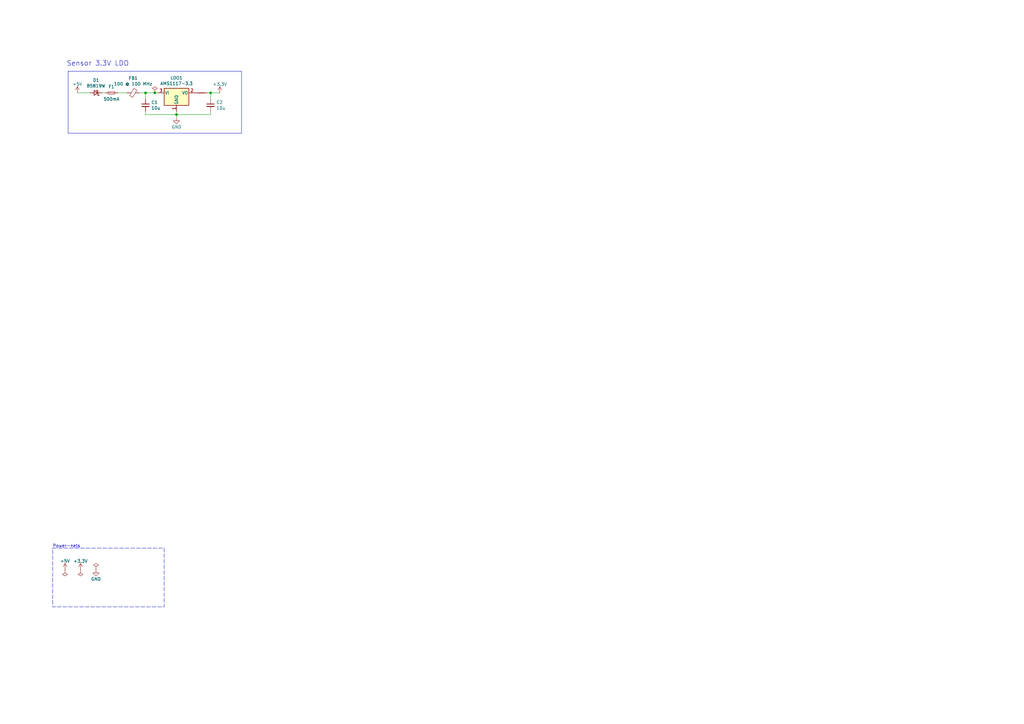
<source format=kicad_sch>
(kicad_sch (version 20230121) (generator eeschema)
  (paper "A3")
  (title_block (title "Chancey Keyboard") (date "2023-06-01") (rev "A-A"))
  (lib_symbols
    (symbol "Device:C_Small" (pin_numbers hide) (pin_names (offset 0.254) hide)
      (property "Reference" "C" (at 0.254 1.778 0))
      (property "Value" "C_Small" (at 0.254 -2.032 0))
      (symbol "C_Small_0_1"
        (polyline (pts (xy -1.524 -0.508) (xy 1.524 -0.508)) (stroke (width 0.3302)))
        (polyline (pts (xy -1.524 0.508) (xy 1.524 0.508)) (stroke (width 0.3048)))
      )
      (symbol "C_Small_1_1"
        (pin passive line (at 0 2.54 270) (length 2.032) (name "~") (number "1"))
        (pin passive line (at 0 -2.54 90) (length 2.032) (name "~") (number "2"))
      )
    )
    (symbol "Device:D_Schottky_Small" (pin_numbers hide) (pin_names (offset 0.254) hide)
      (property "Reference" "D" (at -1.27 2.032 0))
      (property "Value" "D_Schottky_Small" (at -7.112 -2.032 0))
      (symbol "D_Schottky_Small_0_1"
        (polyline (pts (xy -0.762 0) (xy 0.762 0)))
        (polyline (pts (xy 0.762 -1.016) (xy -0.762 0) (xy 0.762 1.016) (xy 0.762 -1.016)) (stroke (width 0.254)))
        (polyline (pts (xy -1.27 0.762) (xy -1.27 1.016) (xy -0.762 1.016) (xy -0.762 -1.016) (xy -0.254 -1.016) (xy -0.254 -0.762)) (stroke (width 0.254)))
      )
      (symbol "D_Schottky_Small_1_1"
        (pin passive line (at -2.54 0 0) (length 1.778) (name "K") (number "1"))
        (pin passive line (at 2.54 0 180) (length 1.778) (name "A") (number "2"))
      )
    )
    (symbol "Device:Ferrite_Bead_Small" (pin_numbers hide) (pin_names (offset 0))
      (property "Reference" "FB" (at 1.905 1.27 0))
      (property "Value" "Device_Ferrite_Bead_Small" (at 1.905 -1.27 0))
      (symbol "Ferrite_Bead_Small_0_1"
        (polyline (pts (xy 0 -1.27) (xy 0 -0.7874)))
        (polyline (pts (xy 0 0.889) (xy 0 1.2954)))
        (polyline (pts (xy -1.8288 0.2794) (xy -1.1176 1.4986) (xy 1.8288 -0.2032) (xy 1.1176 -1.4224) (xy -1.8288 0.2794)))
      )
      (symbol "Ferrite_Bead_Small_1_1"
        (pin passive line (at 0 2.54 270) (length 1.27) (name "~") (number "1"))
        (pin passive line (at 0 -2.54 90) (length 1.27) (name "~") (number "2"))
      )
    )
    (symbol "Device:Fuse_Small" (pin_numbers hide) (pin_names (offset 0.254) hide)
      (property "Reference" "F" (at 0 -1.524 0))
      (property "Value" "Fuse_Small" (at 0 1.524 0))
      (symbol "Fuse_Small_0_1"
        (rectangle (start -1.27 0.508) (end 1.27 -0.508))
        (polyline (pts (xy -1.27 0) (xy 1.27 0)))
      )
      (symbol "Fuse_Small_1_1"
        (pin passive line (at -2.54 0 0) (length 1.27) (name "~") (number "1"))
        (pin passive line (at 2.54 0 180) (length 1.27) (name "~") (number "2"))
      )
    )
    (symbol "Device:NetTie_2" (pin_numbers hide) (pin_names (offset 0) hide) (in_bom no)
      (property "Reference" "NT" (at 0 1.27 0))
      (property "Value" "NetTie_2" (at 0 -1.27 0))
      (symbol "NetTie_2_0_1"
        (polyline (pts (xy -1.27 0) (xy 1.27 0)) (stroke (width 0.254)))
      )
      (symbol "NetTie_2_1_1"
        (pin passive line (at -2.54 0 0) (length 2.54) (name "1") (number "1"))
        (pin passive line (at 2.54 0 180) (length 2.54) (name "2") (number "2"))
      )
    )
    (symbol "PWR_FLAG_1" (power) (pin_numbers hide) (pin_names (offset 0) hide)
      (property "Value" "PWR_FLAG_1" (at 0 3.81 0))
      (symbol "PWR_FLAG_1_0_0"
        (pin power_out line (at 0 0 90) (length 0) (name "pwr") (number "1"))
      )
      (symbol "PWR_FLAG_1_0_1"
        (polyline (pts (xy 0 0) (xy 0 1.27) (xy -1.016 1.905) (xy 0 2.54) (xy 1.016 1.905) (xy 0 1.27)))
      )
    )
    (symbol "PWR_FLAG_2" (power) (pin_numbers hide) (pin_names (offset 0) hide)
      (property "Value" "PWR_FLAG_2" (at 0 3.81 0))
      (symbol "PWR_FLAG_2_0_0"
        (pin power_out line (at 0 0 90) (length 0) (name "pwr") (number "1"))
      )
      (symbol "PWR_FLAG_2_0_1"
        (polyline (pts (xy 0 0) (xy 0 1.27) (xy -1.016 1.905) (xy 0 2.54) (xy 1.016 1.905) (xy 0 1.27)))
      )
    )
    (symbol "PWR_FLAG_3" (power) (pin_numbers hide) (pin_names (offset 0) hide)
      (property "Value" "PWR_FLAG_3" (at 0 3.81 0))
      (symbol "PWR_FLAG_3_0_0"
        (pin power_out line (at 0 0 90) (length 0) (name "pwr") (number "1"))
      )
      (symbol "PWR_FLAG_3_0_1"
        (polyline (pts (xy 0 0) (xy 0 1.27) (xy -1.016 1.905) (xy 0 2.54) (xy 1.016 1.905) (xy 0 1.27)))
      )
    )
    (symbol "Regulator_Linear:AMS1117-3.3" (pin_names (offset 0.254))
      (property "Reference" "U" (at -3.81 3.175 0))
      (property "Value" "AMS1117-3.3" (at 0 3.175 0))
      (symbol "AMS1117-3.3_0_1"
        (rectangle (start -5.08 -5.08) (end 5.08 1.905) (stroke (width 0.254)) (fill (type background)))
      )
      (symbol "AMS1117-3.3_1_1"
        (pin power_in line (at 0 -7.62 90) (length 2.54) (name "GND") (number "1"))
        (pin power_out line (at 7.62 0 180) (length 2.54) (name "VO") (number "2"))
        (pin power_in line (at -7.62 0 0) (length 2.54) (name "VI") (number "3"))
      )
    )
    (symbol "power:+3.3V" (power) (pin_names (offset 0))
      (property "Value" "+3.3V" (at 0 3.556 0))
      (symbol "+3.3V_0_1"
        (polyline (pts (xy -0.762 1.27) (xy 0 2.54)))
        (polyline (pts (xy 0 0) (xy 0 2.54)))
        (polyline (pts (xy 0 2.54) (xy 0.762 1.27)))
      )
      (symbol "+3.3V_1_1"
        (pin power_in line (at 0 0 90) (length 0) hide (name "+3.3V") (number "1"))
      )
    )
    (symbol "power:+5V" (power) (pin_names (offset 0))
      (property "Value" "+5V" (at 0 3.556 0))
      (symbol "+5V_0_1"
        (polyline (pts (xy -0.762 1.27) (xy 0 2.54)))
        (polyline (pts (xy 0 0) (xy 0 2.54)))
        (polyline (pts (xy 0 2.54) (xy 0.762 1.27)))
      )
      (symbol "+5V_1_1"
        (pin power_in line (at 0 0 90) (length 0) hide (name "+5V") (number "1"))
      )
    )
    (symbol "power:GND" (power) (pin_names (offset 0))
      (property "Value" "GND" (at 0 -3.81 0))
      (symbol "GND_0_1"
        (polyline (pts (xy 0 0) (xy 0 -1.27) (xy 1.27 -1.27) (xy 0 -2.54) (xy -1.27 -1.27) (xy 0 -1.27)))
      )
      (symbol "GND_1_1"
        (pin power_in line (at 0 0 270) (length 0) hide (name "GND") (number "1"))
      )
    )
    (symbol "power:PWR_FLAG" (power) (pin_numbers hide) (pin_names (offset 0) hide)
      (property "Value" "PWR_FLAG" (at 0 3.81 0))
      (symbol "PWR_FLAG_0_0"
        (pin power_out line (at 0 0 90) (length 0) (name "pwr") (number "1"))
      )
      (symbol "PWR_FLAG_0_1"
        (polyline (pts (xy 0 0) (xy 0 1.27) (xy -1.016 1.905) (xy 0 2.54) (xy 1.016 1.905) (xy 0 1.27)))
      )
    )
  )
  (junction (at 59.69 38.1))
  (junction (at 72.39 46.99))
  (junction (at 86.36 38.1))
  (junction (at 63.5 38.1))
  (wire (pts (xy 86.36 46.99) (xy 72.39 46.99)))
  (polyline (pts (xy 99.06 54.61) (xy 99.06 29.21)))
  (wire (pts (xy 72.39 48.26) (xy 72.39 46.99)))
  (wire (pts (xy 86.36 38.1) (xy 90.17 38.1)))
  (wire (pts (xy 85.09 38.1) (xy 86.36 38.1)))
  (wire (pts (xy 57.15 38.1) (xy 59.69 38.1)))
  (wire (pts (xy 41.91 38.1) (xy 43.18 38.1)))
  (wire (pts (xy 31.75 38.1) (xy 36.83 38.1)))
  (wire (pts (xy 86.36 45.72) (xy 86.36 46.99)))
  (wire (pts (xy 86.36 40.64) (xy 86.36 38.1)))
  (wire (pts (xy 63.5 38.1) (xy 64.77 38.1)))
  (wire (pts (xy 59.69 38.1) (xy 63.5 38.1)))
  (polyline (pts (xy 27.94 29.21) (xy 27.94 54.61)))
  (wire (pts (xy 59.69 40.64) (xy 59.69 38.1)))
  (wire (pts (xy 59.69 45.72) (xy 59.69 46.99)))
  (wire (pts (xy 48.26 38.1) (xy 52.07 38.1)))
  (wire (pts (xy 59.69 46.99) (xy 72.39 46.99)))
  (wire (pts (xy 72.39 46.99) (xy 72.39 45.72)))
  (polyline (pts (xy 27.94 54.61) (xy 99.06 54.61)))
  (polyline (pts (xy 99.06 29.21) (xy 27.94 29.21)))
  (rectangle (start 21.59 224.79) (end 67.31 248.92) (stroke (width 0) (type dash)))
  (text "Power-nets" (at 21.59 224.79 0) (effects (font (size 1.27 1.27)) (justify left bottom)))
  (text "Sensor 3.3V LDO" (at 27.305 27.305 0) (effects (font (size 2.0066 2.0066)) (justify left bottom)))
  (symbol (lib_id "Device:C_Small") (at 86.36 43.18 0) (unit 1)
    (property "Reference" "C2" (at 88.6968 42.0116 0) (effects (justify left)))
    (property "Value" "10u" (at 88.6968 44.323 0) (effects (justify left)))
    (property "Footprint" "Capacitor_SMD:C_0402_1005Metric" (effects hide))
    (property "MPN" "CL05A106MQ5NUNC" (effects hide))
    (property "LCSC Part" "C15525" (effects hide))
    (property "Basic Part" "True" (effects hide))
  )
  (symbol (lib_id "power:GND") (at 39.37 233.68 0) (unit 1)
    (property "Reference" "#PWR09" (effects hide))
    (property "Value" "GND" (at 39.37 237.49 0))
    (instances (project "Chancey-board_modular-AA" (path "" (reference "#PWR09") (unit 1)) (path "" (reference "#PWR0153") (unit 1))))
  )
  (symbol (lib_id "Device:Ferrite_Bead_Small") (at 54.61 38.1 270) (unit 1)
    (property "Reference" "FB1" (at 54.61 32.0802 90))
    (property "Value" "100 @ 100 MHz" (at 54.61 34.3916 90))
    (property "Footprint" "Inductor_SMD:L_0805_2012Metric" (effects hide))
    (property "LCSC Part" "C1015" (effects hide))
    (property "MPN" "GZ2012D101TF" (effects hide))
    (property "Basic Part" "True" (effects hide))
  )
  (symbol (lib_id "power:PWR_FLAG") (at 63.5 38.1 0) (unit 1)
    (property "Reference" "#FLG01" (effects hide))
    (property "Value" "PWR_FLAG" (effects hide))
  )
  (symbol (lib_id "Device:D_Schottky_Small") (at 39.37 38.1 180) (unit 1)
    (property "Reference" "D1" (at 39.37 32.893 0))
    (property "Value" "B5819W" (at 39.37 35.2044 0))
    (property "Footprint" "Diode_SMD:D_SOD-123" (effects hide))
    (property "MPN" "B5819W" (effects hide))
    (property "LCSC Part" "C8598" (effects hide))
    (property "Basic Part" "True" (effects hide))
  )
  (symbol (lib_name "PWR_FLAG_3") (lib_id "power:PWR_FLAG") (at 26.67 233.68 180) (unit 1)
    (property "Reference" "#FLG04" (effects hide))
    (property "Value" "PWR_FLAG" (effects hide))
  )
  (symbol (lib_id "power:+3.3V") (at 33.02 233.68 0) (unit 1)
    (property "Reference" "#PWR08" (effects hide))
    (property "Value" "+3.3V" (at 33.02 230.124 0))
    (instances (project "Chancey-board_modular-AA" (path "" (reference "#PWR08") (unit 1)) (path "" (reference "#PWR0120") (unit 1))))
  )
  (symbol (lib_id "power:GND") (at 72.39 48.26 0) (unit 1)
    (property "Reference" "#PWR09" (effects hide))
    (property "Value" "GND" (at 72.39 52.07 0))
    (instances (project "Chancey-board_modular-AA" (path "" (reference "#PWR09") (unit 1)) (path "" (reference "#PWR0154") (unit 1))))
  )
  (symbol (lib_id "Device:C_Small") (at 59.69 43.18 0) (unit 1)
    (property "Reference" "C1" (at 62.0268 42.0116 0) (effects (justify left)))
    (property "Value" "10u" (at 62.0268 44.323 0) (effects (justify left)))
    (property "Footprint" "Capacitor_SMD:C_0402_1005Metric" (effects hide))
    (property "MPN" "CL05A106MQ5NUNC" (effects hide))
    (property "LCSC Part" "C15525" (effects hide))
    (property "Basic Part" "True" (effects hide))
  )
  (symbol (lib_id "power:+5V") (at 31.75 38.1 0) (unit 1)
    (property "Reference" "#PWR07" (effects hide))
    (property "Value" "+5V" (at 31.75 34.4955 0))
  )
  (symbol (lib_id "Regulator_Linear:AMS1117-3.3") (at 72.39 38.1 0) (unit 1)
    (property "Reference" "LDO1" (at 72.39 31.9532 0))
    (property "Value" "AMS1117-3.3" (at 72.39 34.2646 0))
    (property "Footprint" "Package_TO_SOT_SMD:SOT-223-3_TabPin2" (effects hide))
    (property "Datasheet" "http://www.advanced-monolithic.com/pdf/ds1117.pdf" (effects hide))
    (property "LCSC Part" "C6186" (effects hide))
    (property "MPN" "AMS1117-3.3" (effects hide))
    (property "Basic Part" "True" (effects hide))
  )
  (symbol (lib_id "power:+3.3V") (at 90.17 38.1 0) (unit 1)
    (property "Reference" "#PWR08" (effects hide))
    (property "Value" "+3.3V" (at 90.17 34.544 0))
    (instances (project "Chancey-board_modular-AA" (path "" (reference "#PWR08") (unit 1)) (path "" (reference "#PWR0121") (unit 1))))
  )
  (symbol (lib_name "PWR_FLAG_1") (lib_id "power:PWR_FLAG") (at 39.37 233.68 0) (unit 1)
    (property "Reference" "#FLG02" (effects hide))
    (property "Value" "PWR_FLAG" (effects hide))
  )
  (symbol (lib_id "Device:Fuse_Small") (at 45.72 38.1 0) (unit 1)
    (property "Reference" "F1" (at 45.72 35.56 0))
    (property "Value" "500mA" (at 45.72 40.64 0))
    (property "Footprint" "Fuse:Fuse_0603_1608Metric" (effects hide))
    (property "LCSC Part" "C261937" (effects hide))
  )
  (symbol (lib_id "power:+5V") (at 26.67 233.68 0) (unit 1)
    (property "Reference" "#PWR07" (effects hide))
    (property "Value" "+5V" (at 26.67 230.0755 0))
    (instances (project "Chancey-board_modular-AA" (path "" (reference "#PWR07") (unit 1)) (path "" (reference "#PWR0165") (unit 1))))
  )
  (symbol (lib_name "PWR_FLAG_2") (lib_id "power:PWR_FLAG") (at 33.02 233.68 180) (unit 1)
    (property "Reference" "#FLG03" (effects hide))
    (property "Value" "PWR_FLAG" (effects hide))
  )
  (symbol (lib_id "Device:NetTie_2") (at 82.55 38.1 0) (unit 1) (in_bom no)
    (property "Reference" "NT1" (effects hide))
    (property "Value" "NetTie_2" (effects hide))
    (property "Footprint" "NetTie:NetTie-2_SMD_Pad0.5mm" (effects hide))
  )
)
</source>
